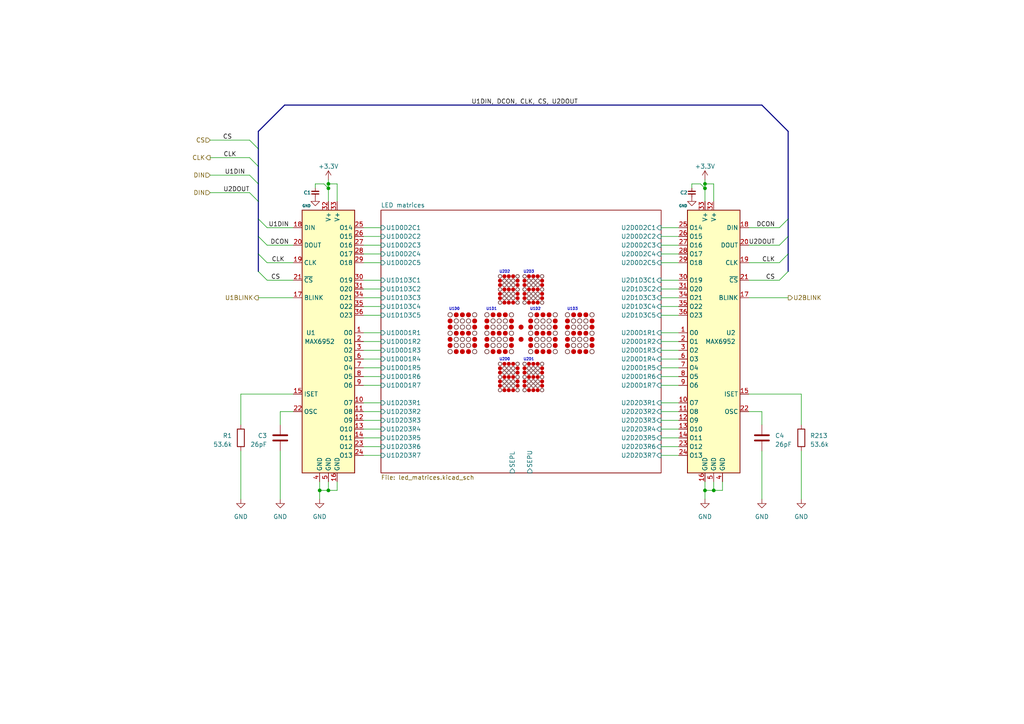
<source format=kicad_sch>
(kicad_sch (version 20230121) (generator eeschema)
  (paper "A4")
  (lib_symbols
    (symbol "Device:C" (pin_numbers hide) (pin_names (offset 0.254))
      (property "Reference" "C" (at 0.635 2.54 0))
      (property "Value" "C" (at 0.635 -2.54 0))
      (symbol "C_0_1"
        (polyline (pts (xy -2.032 -0.762) (xy 2.032 -0.762)) (stroke (width 0.508)))
        (polyline (pts (xy -2.032 0.762) (xy 2.032 0.762)) (stroke (width 0.508)))
      )
      (symbol "C_1_1"
        (pin passive line (at 0 3.81 270) (length 2.794) (name "~") (number "1"))
        (pin passive line (at 0 -3.81 90) (length 2.794) (name "~") (number "2"))
      )
    )
    (symbol "Device:R" (pin_numbers hide) (pin_names (offset 0))
      (property "Reference" "R" (at 2.032 0 90))
      (property "Value" "R" (at 0 0 90))
      (symbol "R_0_1"
        (rectangle (start -1.016 -2.54) (end 1.016 2.54) (stroke (width 0.254)))
      )
      (symbol "R_1_1"
        (pin passive line (at 0 3.81 270) (length 1.27) (name "~") (number "1"))
        (pin passive line (at 0 -3.81 90) (length 1.27) (name "~") (number "2"))
      )
    )
    (symbol "Device_espena:C_Decoupling" (pin_numbers hide) (pin_names (offset 0.254) hide)
      (property "Reference" "C" (at 0.4572 1.3716 0))
      (symbol "C_Decoupling_0_1"
        (polyline (pts (xy -1.016 -0.381) (xy 1.016 -0.381)) (stroke (width 0.3302)))
        (polyline (pts (xy -1.016 0.381) (xy 1.016 0.381)) (stroke (width 0.3302)))
      )
      (symbol "C_Decoupling_1_1"
        (pin passive line (at 0 1.27 270) (length 0.7938) (name "~") (number "1"))
        (pin passive line (at 0 -1.27 90) (length 0.7938) (name "~") (number "2"))
      )
    )
    (symbol "Driver_LED_espena:MAX6952"
      (property "Reference" "U" (at -7.62 38.1 0))
      (property "Value" "MAX6952" (at -5.08 5.08 0))
      (property "Datasheet" "https://www.analog.com/MAX6952/datasheet" (at 0 5.715 90))
      (symbol "MAX6952_0_1"
        (rectangle (start -7.62 38.1) (end 7.62 -38.1) (stroke (width 0.254)) (fill (type background)))
      )
      (symbol "MAX6952_1_1"
        (pin output line (at 10.16 2.54 180) (length 2.54) (name "O0") (number "1"))
        (pin output line (at 10.16 -17.78 180) (length 2.54) (name "O7") (number "10"))
        (pin output line (at 10.16 -20.32 180) (length 2.54) (name "O8") (number "11"))
        (pin output line (at 10.16 -22.86 180) (length 2.54) (name "O9") (number "12"))
        (pin output line (at 10.16 -25.4 180) (length 2.54) (name "O10") (number "13"))
        (pin output line (at 10.16 -27.94 180) (length 2.54) (name "O11") (number "14"))
        (pin passive line (at -10.16 -15.24 0) (length 2.54) (name "ISET") (number "15"))
        (pin power_in line (at 2.54 -40.64 90) (length 2.54) (name "GND") (number "16"))
        (pin output line (at -10.16 12.7 0) (length 2.54) (name "BLINK") (number "17"))
        (pin input line (at -10.16 33.02 0) (length 2.54) (name "DIN") (number "18"))
        (pin input line (at -10.16 22.86 0) (length 2.54) (name "CLK") (number "19"))
        (pin output line (at 10.16 0 180) (length 2.54) (name "O1") (number "2"))
        (pin output line (at -10.16 27.94 0) (length 2.54) (name "DOUT") (number "20"))
        (pin input line (at -10.16 17.78 0) (length 2.54) (name "~{CS}") (number "21"))
        (pin passive line (at -10.16 -20.32 0) (length 2.54) (name "OSC") (number "22"))
        (pin output line (at 10.16 -30.48 180) (length 2.54) (name "O12") (number "23"))
        (pin output line (at 10.16 -33.02 180) (length 2.54) (name "O13") (number "24"))
        (pin output line (at 10.16 33.02 180) (length 2.54) (name "O14") (number "25"))
        (pin output line (at 10.16 30.48 180) (length 2.54) (name "O15") (number "26"))
        (pin output line (at 10.16 27.94 180) (length 2.54) (name "O16") (number "27"))
        (pin output line (at 10.16 25.4 180) (length 2.54) (name "O17") (number "28"))
        (pin output line (at 10.16 22.86 180) (length 2.54) (name "O18") (number "29"))
        (pin output line (at 10.16 -2.54 180) (length 2.54) (name "O2") (number "3"))
        (pin output line (at 10.16 17.78 180) (length 2.54) (name "O19") (number "30"))
        (pin output line (at 10.16 15.24 180) (length 2.54) (name "O20") (number "31"))
        (pin power_in line (at 0 40.64 270) (length 2.54) (name "V+") (number "32"))
        (pin power_in line (at 2.54 40.64 270) (length 2.54) (name "V+") (number "33"))
        (pin output line (at 10.16 12.7 180) (length 2.54) (name "O21") (number "34"))
        (pin output line (at 10.16 10.16 180) (length 2.54) (name "O22") (number "35"))
        (pin output line (at 10.16 7.62 180) (length 2.54) (name "O23") (number "36"))
        (pin power_in line (at -2.54 -40.64 90) (length 2.54) (name "GND") (number "4"))
        (pin power_in line (at 0 -40.64 90) (length 2.54) (name "GND") (number "5"))
        (pin output line (at 10.16 -5.08 180) (length 2.54) (name "O3") (number "6"))
        (pin output line (at 10.16 -7.62 180) (length 2.54) (name "O4") (number "7"))
        (pin output line (at 10.16 -10.16 180) (length 2.54) (name "O5") (number "8"))
        (pin output line (at 10.16 -12.7 180) (length 2.54) (name "O6") (number "9"))
      )
    )
    (symbol "MAX6952_1"
      (property "Reference" "U" (at -7.62 38.1 0))
      (property "Value" "MAX6952" (at -5.08 5.08 0))
      (property "Datasheet" "https://www.analog.com/MAX6952/datasheet" (at 0 5.715 90))
      (symbol "MAX6952_1_0_1"
        (rectangle (start -7.62 38.1) (end 7.62 -38.1) (stroke (width 0.254)) (fill (type background)))
      )
      (symbol "MAX6952_1_1_1"
        (pin output line (at 10.16 2.54 180) (length 2.54) (name "O0") (number "1"))
        (pin output line (at 10.16 -17.78 180) (length 2.54) (name "O7") (number "10"))
        (pin output line (at 10.16 -20.32 180) (length 2.54) (name "O8") (number "11"))
        (pin output line (at 10.16 -22.86 180) (length 2.54) (name "O9") (number "12"))
        (pin output line (at 10.16 -25.4 180) (length 2.54) (name "O10") (number "13"))
        (pin output line (at 10.16 -27.94 180) (length 2.54) (name "O11") (number "14"))
        (pin passive line (at -10.16 -15.24 0) (length 2.54) (name "ISET") (number "15"))
        (pin power_in line (at 2.54 -40.64 90) (length 2.54) (name "GND") (number "16"))
        (pin output line (at -10.16 12.7 0) (length 2.54) (name "BLINK") (number "17"))
        (pin input line (at -10.16 33.02 0) (length 2.54) (name "DIN") (number "18"))
        (pin input line (at -10.16 22.86 0) (length 2.54) (name "CLK") (number "19"))
        (pin output line (at 10.16 0 180) (length 2.54) (name "O1") (number "2"))
        (pin output line (at -10.16 27.94 0) (length 2.54) (name "DOUT") (number "20"))
        (pin input line (at -10.16 17.78 0) (length 2.54) (name "~{CS}") (number "21"))
        (pin passive line (at -10.16 -20.32 0) (length 2.54) (name "OSC") (number "22"))
        (pin output line (at 10.16 -30.48 180) (length 2.54) (name "O12") (number "23"))
        (pin output line (at 10.16 -33.02 180) (length 2.54) (name "O13") (number "24"))
        (pin output line (at 10.16 33.02 180) (length 2.54) (name "O14") (number "25"))
        (pin output line (at 10.16 30.48 180) (length 2.54) (name "O15") (number "26"))
        (pin output line (at 10.16 27.94 180) (length 2.54) (name "O16") (number "27"))
        (pin output line (at 10.16 25.4 180) (length 2.54) (name "O17") (number "28"))
        (pin output line (at 10.16 22.86 180) (length 2.54) (name "O18") (number "29"))
        (pin output line (at 10.16 -2.54 180) (length 2.54) (name "O2") (number "3"))
        (pin output line (at 10.16 17.78 180) (length 2.54) (name "O19") (number "30"))
        (pin output line (at 10.16 15.24 180) (length 2.54) (name "O20") (number "31"))
        (pin power_in line (at 0 40.64 270) (length 2.54) (name "V+") (number "32"))
        (pin power_in line (at 2.54 40.64 270) (length 2.54) (name "V+") (number "33"))
        (pin output line (at 10.16 12.7 180) (length 2.54) (name "O21") (number "34"))
        (pin output line (at 10.16 10.16 180) (length 2.54) (name "O22") (number "35"))
        (pin output line (at 10.16 7.62 180) (length 2.54) (name "O23") (number "36"))
        (pin power_in line (at -2.54 -40.64 90) (length 2.54) (name "GND") (number "4"))
        (pin power_in line (at 0 -40.64 90) (length 2.54) (name "GND") (number "5"))
        (pin output line (at 10.16 -5.08 180) (length 2.54) (name "O3") (number "6"))
        (pin output line (at 10.16 -7.62 180) (length 2.54) (name "O4") (number "7"))
        (pin output line (at 10.16 -10.16 180) (length 2.54) (name "O5") (number "8"))
        (pin output line (at 10.16 -12.7 180) (length 2.54) (name "O6") (number "9"))
      )
    )
    (symbol "power:+3.3V" (power) (pin_names (offset 0))
      (property "Value" "+3.3V" (at 0 3.556 0))
      (symbol "+3.3V_0_1"
        (polyline (pts (xy -0.762 1.27) (xy 0 2.54)))
        (polyline (pts (xy 0 0) (xy 0 2.54)))
        (polyline (pts (xy 0 2.54) (xy 0.762 1.27)))
      )
      (symbol "+3.3V_1_1"
        (pin power_in line (at 0 0 90) (length 0) hide (name "+3.3V") (number "1"))
      )
    )
    (symbol "power:GND" (power) (pin_names (offset 0))
      (property "Value" "GND" (at 0 -3.81 0))
      (symbol "GND_0_1"
        (polyline (pts (xy 0 0) (xy 0 -1.27) (xy 1.27 -1.27) (xy 0 -2.54) (xy -1.27 -1.27) (xy 0 -1.27)))
      )
      (symbol "GND_1_1"
        (pin power_in line (at 0 0 270) (length 0) hide (name "GND") (number "1"))
      )
    )
  )
  (junction (at 95.25 54.61))
  (junction (at 204.47 142.24))
  (junction (at 207.01 142.24))
  (junction (at 204.47 54.61))
  (junction (at 92.71 142.24))
  (junction (at 95.25 142.24))
  (junction (at 204.47 53.34))
  (junction (at 95.25 53.34))
  (bus_entry (at 226.06 71.12) (size 2.54 -2.54))
  (bus_entry (at 72.39 40.64) (size 2.54 2.54))
  (bus_entry (at 74.93 63.5) (size 2.54 2.54))
  (bus_entry (at 226.06 81.28) (size 2.54 -2.54))
  (bus_entry (at 74.93 73.66) (size 2.54 2.54))
  (bus_entry (at 74.93 78.74) (size 2.54 2.54))
  (bus_entry (at 226.06 66.04) (size 2.54 -2.54))
  (bus_entry (at 72.39 45.72) (size 2.54 2.54))
  (bus_entry (at 74.93 68.58) (size 2.54 2.54))
  (bus_entry (at 74.93 58.42) (size -2.54 -2.54))
  (bus_entry (at 74.93 53.34) (size -2.54 -2.54))
  (bus_entry (at 226.06 76.2) (size 2.54 -2.54))
  (wire (pts (xy 105.41 71.12) (xy 110.49 71.12)))
  (wire (pts (xy 204.47 142.24) (xy 207.01 142.24)))
  (wire (pts (xy 105.41 91.44) (xy 110.49 91.44)))
  (wire (pts (xy 105.41 111.76) (xy 110.49 111.76)))
  (bus (pts (xy 74.93 38.1) (xy 82.55 30.48)))
  (wire (pts (xy 77.47 81.28) (xy 85.09 81.28)))
  (wire (pts (xy 191.77 71.12) (xy 196.85 71.12)))
  (wire (pts (xy 191.77 129.54) (xy 196.85 129.54)))
  (wire (pts (xy 191.77 104.14) (xy 196.85 104.14)))
  (wire (pts (xy 204.47 54.61) (xy 204.47 58.42)))
  (wire (pts (xy 60.96 50.8) (xy 72.39 50.8)))
  (wire (pts (xy 97.79 53.34) (xy 97.79 58.42)))
  (bus (pts (xy 220.98 30.48) (xy 228.6 38.1)))
  (wire (pts (xy 217.17 86.36) (xy 228.6 86.36)))
  (wire (pts (xy 207.01 142.24) (xy 209.55 142.24)))
  (wire (pts (xy 191.77 101.6) (xy 196.85 101.6)))
  (wire (pts (xy 191.77 86.36) (xy 196.85 86.36)))
  (wire (pts (xy 191.77 76.2) (xy 196.85 76.2)))
  (wire (pts (xy 220.98 119.38) (xy 217.17 119.38)))
  (wire (pts (xy 105.41 73.66) (xy 110.49 73.66)))
  (wire (pts (xy 204.47 53.34) (xy 207.01 53.34)))
  (bus (pts (xy 74.93 73.66) (xy 74.93 78.74)))
  (bus (pts (xy 74.93 53.34) (xy 74.93 58.42)))
  (wire (pts (xy 93.98 53.34) (xy 95.25 54.61)))
  (wire (pts (xy 81.28 119.38) (xy 81.28 123.19)))
  (wire (pts (xy 191.77 81.28) (xy 196.85 81.28)))
  (wire (pts (xy 191.77 111.76) (xy 196.85 111.76)))
  (wire (pts (xy 95.25 53.34) (xy 97.79 53.34)))
  (wire (pts (xy 191.77 119.38) (xy 196.85 119.38)))
  (wire (pts (xy 220.98 130.81) (xy 220.98 144.78)))
  (bus (pts (xy 82.55 30.48) (xy 220.98 30.48)))
  (wire (pts (xy 77.47 71.12) (xy 85.09 71.12)))
  (wire (pts (xy 232.41 130.81) (xy 232.41 144.78)))
  (wire (pts (xy 95.25 142.24) (xy 97.79 142.24)))
  (wire (pts (xy 95.25 54.61) (xy 95.25 58.42)))
  (wire (pts (xy 191.77 96.52) (xy 196.85 96.52)))
  (wire (pts (xy 69.85 114.3) (xy 85.09 114.3)))
  (wire (pts (xy 91.44 54.61) (xy 91.44 53.34)))
  (wire (pts (xy 105.41 104.14) (xy 110.49 104.14)))
  (wire (pts (xy 232.41 114.3) (xy 217.17 114.3)))
  (wire (pts (xy 105.41 101.6) (xy 110.49 101.6)))
  (bus (pts (xy 228.6 38.1) (xy 228.6 63.5)))
  (wire (pts (xy 77.47 66.04) (xy 85.09 66.04)))
  (wire (pts (xy 95.25 52.07) (xy 95.25 53.34)))
  (wire (pts (xy 191.77 83.82) (xy 196.85 83.82)))
  (wire (pts (xy 105.41 68.58) (xy 110.49 68.58)))
  (wire (pts (xy 60.96 55.88) (xy 72.39 55.88)))
  (wire (pts (xy 217.17 76.2) (xy 226.06 76.2)))
  (wire (pts (xy 207.01 139.7) (xy 207.01 142.24)))
  (bus (pts (xy 74.93 43.18) (xy 74.93 38.1)))
  (wire (pts (xy 105.41 66.04) (xy 110.49 66.04)))
  (wire (pts (xy 191.77 124.46) (xy 196.85 124.46)))
  (wire (pts (xy 105.41 83.82) (xy 110.49 83.82)))
  (bus (pts (xy 74.93 63.5) (xy 74.93 58.42)))
  (wire (pts (xy 200.66 53.34) (xy 203.2 53.34)))
  (wire (pts (xy 209.55 139.7) (xy 209.55 142.24)))
  (wire (pts (xy 95.25 53.34) (xy 95.25 54.61)))
  (wire (pts (xy 105.41 99.06) (xy 110.49 99.06)))
  (wire (pts (xy 217.17 81.28) (xy 226.06 81.28)))
  (wire (pts (xy 204.47 142.24) (xy 204.47 144.78)))
  (wire (pts (xy 204.47 139.7) (xy 204.47 142.24)))
  (wire (pts (xy 95.25 139.7) (xy 95.25 142.24)))
  (wire (pts (xy 232.41 114.3) (xy 232.41 123.19)))
  (wire (pts (xy 81.28 130.81) (xy 81.28 144.78)))
  (bus (pts (xy 74.93 48.26) (xy 74.93 53.34)))
  (wire (pts (xy 191.77 88.9) (xy 196.85 88.9)))
  (wire (pts (xy 105.41 106.68) (xy 110.49 106.68)))
  (wire (pts (xy 74.93 86.36) (xy 85.09 86.36)))
  (wire (pts (xy 191.77 127) (xy 196.85 127)))
  (wire (pts (xy 69.85 114.3) (xy 69.85 123.19)))
  (wire (pts (xy 191.77 91.44) (xy 196.85 91.44)))
  (wire (pts (xy 60.96 45.72) (xy 72.39 45.72)))
  (wire (pts (xy 203.2 53.34) (xy 204.47 54.61)))
  (wire (pts (xy 77.47 76.2) (xy 85.09 76.2)))
  (wire (pts (xy 105.41 88.9) (xy 110.49 88.9)))
  (wire (pts (xy 207.01 53.34) (xy 207.01 58.42)))
  (wire (pts (xy 204.47 53.34) (xy 204.47 54.61)))
  (wire (pts (xy 91.44 53.34) (xy 93.98 53.34)))
  (wire (pts (xy 105.41 86.36) (xy 110.49 86.36)))
  (wire (pts (xy 191.77 66.04) (xy 196.85 66.04)))
  (wire (pts (xy 105.41 121.92) (xy 110.49 121.92)))
  (wire (pts (xy 191.77 73.66) (xy 196.85 73.66)))
  (wire (pts (xy 191.77 99.06) (xy 196.85 99.06)))
  (wire (pts (xy 217.17 71.12) (xy 226.06 71.12)))
  (bus (pts (xy 228.6 63.5) (xy 228.6 68.58)))
  (wire (pts (xy 92.71 142.24) (xy 95.25 142.24)))
  (wire (pts (xy 191.77 106.68) (xy 196.85 106.68)))
  (wire (pts (xy 204.47 52.07) (xy 204.47 53.34)))
  (wire (pts (xy 60.96 40.64) (xy 72.39 40.64)))
  (bus (pts (xy 74.93 48.26) (xy 74.93 43.18)))
  (wire (pts (xy 105.41 127) (xy 110.49 127)))
  (wire (pts (xy 191.77 116.84) (xy 196.85 116.84)))
  (wire (pts (xy 92.71 139.7) (xy 92.71 142.24)))
  (wire (pts (xy 191.77 109.22) (xy 196.85 109.22)))
  (bus (pts (xy 74.93 63.5) (xy 74.93 68.58)))
  (wire (pts (xy 105.41 124.46) (xy 110.49 124.46)))
  (wire (pts (xy 191.77 68.58) (xy 196.85 68.58)))
  (wire (pts (xy 105.41 132.08) (xy 110.49 132.08)))
  (wire (pts (xy 105.41 76.2) (xy 110.49 76.2)))
  (wire (pts (xy 217.17 66.04) (xy 226.06 66.04)))
  (wire (pts (xy 191.77 132.08) (xy 196.85 132.08)))
  (wire (pts (xy 105.41 116.84) (xy 110.49 116.84)))
  (wire (pts (xy 105.41 109.22) (xy 110.49 109.22)))
  (bus (pts (xy 228.6 68.58) (xy 228.6 73.66)))
  (wire (pts (xy 81.28 119.38) (xy 85.09 119.38)))
  (bus (pts (xy 74.93 68.58) (xy 74.93 73.66)))
  (wire (pts (xy 69.85 130.81) (xy 69.85 144.78)))
  (wire (pts (xy 105.41 129.54) (xy 110.49 129.54)))
  (wire (pts (xy 97.79 139.7) (xy 97.79 142.24)))
  (wire (pts (xy 92.71 142.24) (xy 92.71 144.78)))
  (wire (pts (xy 105.41 96.52) (xy 110.49 96.52)))
  (wire (pts (xy 200.66 54.61) (xy 200.66 53.34)))
  (wire (pts (xy 191.77 121.92) (xy 196.85 121.92)))
  (wire (pts (xy 105.41 119.38) (xy 110.49 119.38)))
  (wire (pts (xy 220.98 119.38) (xy 220.98 123.19)))
  (bus (pts (xy 228.6 73.66) (xy 228.6 78.74)))
  (wire (pts (xy 105.41 81.28) (xy 110.49 81.28)))
  (circle (center 150.114 87.757) (radius 0.508) (stroke (width 0) (color 72 0 0 1)))
  (circle (center 148.844 86.487) (radius 0.508) (stroke (width 0) (color 72 0 0 1)))
  (circle (center 148.844 110.617) (radius 0.508) (stroke (width 0) (color 72 0 0 1)))
  (circle (center 147.574 85.217) (radius 0.508) (stroke (width 0) (color 72 0 0 1)))
  (circle (center 148.844 108.077) (radius 0.508) (stroke (width 0) (color 72 0 0 1)))
  (circle (center 166.37 93.091) (radius 0.635) (stroke (width 0) (color 72 0 0 1)))
  (circle (center 171.704 100.203) (radius 0.635) (stroke (width 0) (color 194 0 0 1)) (fill (type color) (color 194 0 0 1)))
  (circle (center 171.704 96.647) (radius 0.635) (stroke (width 0) (color 72 0 0 1)))
  (circle (center 157.226 110.617) (radius 0.508) (stroke (width 0) (color 194 0 0 1)) (fill (type color) (color 194 0 0 1)))
  (circle (center 153.416 106.807) (radius 0.508) (stroke (width 0) (color 72 0 0 1)))
  (circle (center 145.034 108.077) (radius 0.508) (stroke (width 0) (color 194 0 0 1)) (fill (type color) (color 194 0 0 1)))
  (circle (center 147.574 109.347) (radius 0.508) (stroke (width 0) (color 194 0 0 1)) (fill (type color) (color 194 0 0 1)))
  (circle (center 147.574 105.537) (radius 0.508) (stroke (width 0) (color 194 0 0 1)) (fill (type color) (color 194 0 0 1)))
  (circle (center 157.226 109.347) (radius 0.508) (stroke (width 0) (color 72 0 0 1)))
  (circle (center 153.416 111.887) (radius 0.508) (stroke (width 0) (color 72 0 0 1)))
  (circle (center 132.334 91.313) (radius 0.635) (stroke (width 0) (color 194 0 0 1)) (fill (type color) (color 194 0 0 1)))
  (circle (center 166.37 96.647) (radius 0.635) (stroke (width 0) (color 194 0 0 1)) (fill (type color) (color 194 0 0 1)))
  (circle (center 148.844 111.887) (radius 0.508) (stroke (width 0) (color 72 0 0 1)))
  (circle (center 161.036 94.869) (radius 0.635) (stroke (width 0) (color 194 0 0 1)) (fill (type color) (color 194 0 0 1)))
  (circle (center 134.112 96.647) (radius 0.635) (stroke (width 0) (color 194 0 0 1)) (fill (type color) (color 194 0 0 1)))
  (circle (center 155.956 87.757) (radius 0.508) (stroke (width 0) (color 194 0 0 1)) (fill (type color) (color 194 0 0 1)))
  (circle (center 147.574 106.807) (radius 0.508) (stroke (width 0) (color 72 0 0 1)))
  (circle (center 145.034 85.217) (radius 0.508) (stroke (width 0) (color 194 0 0 1)) (fill (type color) (color 194 0 0 1)))
  (circle (center 157.226 86.487) (radius 0.508) (stroke (width 0) (color 194 0 0 1)) (fill (type color) (color 194 0 0 1)))
  (circle (center 148.844 83.947) (radius 0.508) (stroke (width 0) (color 194 0 0 1)) (fill (type color) (color 194 0 0 1)))
  (circle (center 168.148 98.425) (radius 0.635) (stroke (width 0) (color 72 0 0 1)))
  (circle (center 137.668 100.203) (radius 0.635) (stroke (width 0) (color 194 0 0 1)) (fill (type color) (color 194 0 0 1)))
  (circle (center 137.668 96.647) (radius 0.635) (stroke (width 0) (color 72 0 0 1)))
  (circle (center 148.844 82.677) (radius 0.508) (stroke (width 0) (color 72 0 0 1)))
  (circle (center 135.89 93.091) (radius 0.635) (stroke (width 0) (color 72 0 0 1)))
  (circle (center 145.034 105.537) (radius 0.508) (stroke (width 0) (color 72 0 0 1)))
  (circle (center 148.336 100.203) (radius 0.635) (stroke (width 0) (color 194 0 0 1)) (fill (type color) (color 194 0 0 1)))
  (circle (center 166.37 100.203) (radius 0.635) (stroke (width 0) (color 72 0 0 1)))
  (circle (center 153.924 98.425) (radius 0.635) (stroke (width 0) (color 194 0 0 1)) (fill (type color) (color 194 0 0 1)))
  (circle (center 145.034 83.947) (radius 0.508) (stroke (width 0) (color 72 0 0 1)))
  (circle (center 159.258 101.981) (radius 0.635) (stroke (width 0) (color 194 0 0 1)) (fill (type color) (color 194 0 0 1)))
  (circle (center 153.416 81.407) (radius 0.508) (stroke (width 0) (color 72 0 0 1)))
  (circle (center 153.416 105.537) (radius 0.508) (stroke (width 0) (color 194 0 0 1)) (fill (type color) (color 194 0 0 1)))
  (circle (center 151.13 98.425) (radius 0.635) (stroke (width 0) (color 194 0 0 1)) (fill (type color) (color 194 0 0 1)))
  (circle (center 146.558 100.203) (radius 0.635) (stroke (width 0) (color 72 0 0 1)))
  (circle (center 145.034 86.487) (radius 0.508) (stroke (width 0) (color 194 0 0 1)) (fill (type color) (color 194 0 0 1)))
  (circle (center 159.258 98.425) (radius 0.635) (stroke (width 0) (color 72 0 0 1)))
  (circle (center 151.13 94.869) (radius 0.635) (stroke (width 0) (color 194 0 0 1)) (fill (type color) (color 194 0 0 1)))
  (circle (center 169.926 98.425) (radius 0.635) (stroke (width 0) (color 72 0 0 1)))
  (circle (center 153.416 87.757) (radius 0.508) (stroke (width 0) (color 194 0 0 1)) (fill (type color) (color 194 0 0 1)))
  (circle (center 144.78 100.203) (radius 0.635) (stroke (width 0) (color 72 0 0 1)))
  (circle (center 132.334 93.091) (radius 0.635) (stroke (width 0) (color 72 0 0 1)))
  (circle (center 143.002 94.869) (radius 0.635) (stroke (width 0) (color 72 0 0 1)))
  (circle (center 159.258 100.203) (radius 0.635) (stroke (width 0) (color 72 0 0 1)))
  (circle (center 168.148 94.869) (radius 0.635) (stroke (width 0) (color 72 0 0 1)))
  (circle (center 155.956 83.947) (radius 0.508) (stroke (width 0) (color 194 0 0 1)) (fill (type color) (color 194 0 0 1)))
  (circle (center 153.416 82.677) (radius 0.508) (stroke (width 0) (color 72 0 0 1)))
  (circle (center 134.112 98.425) (radius 0.635) (stroke (width 0) (color 72 0 0 1)))
  (circle (center 169.926 100.203) (radius 0.635) (stroke (width 0) (color 72 0 0 1)))
  (circle (center 150.114 105.537) (radius 0.508) (stroke (width 0) (color 72 0 0 1)))
  (circle (center 152.146 81.407) (radius 0.508) (stroke (width 0) (color 194 0 0 1)) (fill (type color) (color 194 0 0 1)))
  (circle (center 155.702 93.091) (radius 0.635) (stroke (width 0) (color 72 0 0 1)))
  (circle (center 134.112 91.313) (radius 0.635) (stroke (width 0) (color 194 0 0 1)) (fill (type color) (color 194 0 0 1)))
  (circle (center 146.558 96.647) (radius 0.635) (stroke (width 0) (color 194 0 0 1)) (fill (type color) (color 194 0 0 1)))
  (circle (center 154.686 87.757) (radius 0.508) (stroke (width 0) (color 194 0 0 1)) (fill (type color) (color 194 0 0 1)))
  (circle (center 161.036 93.091) (radius 0.635) (stroke (width 0) (color 194 0 0 1)) (fill (type color) (color 194 0 0 1)))
  (circle (center 147.574 113.157) (radius 0.508) (stroke (width 0) (color 194 0 0 1)) (fill (type color) (color 194 0 0 1)))
  (circle (center 152.146 110.617) (radius 0.508) (stroke (width 0) (color 194 0 0 1)) (fill (type color) (color 194 0 0 1)))
  (circle (center 132.334 94.869) (radius 0.635) (stroke (width 0) (color 72 0 0 1)))
  (circle (center 152.146 113.157) (radius 0.508) (stroke (width 0) (color 72 0 0 1)))
  (circle (center 154.686 83.947) (radius 0.508) (stroke (width 0) (color 194 0 0 1)) (fill (type color) (color 194 0 0 1)))
  (circle (center 146.304 85.217) (radius 0.508) (stroke (width 0) (color 72 0 0 1)))
  (circle (center 143.002 96.647) (radius 0.635) (stroke (width 0) (color 194 0 0 1)) (fill (type color) (color 194 0 0 1)))
  (circle (center 155.956 108.077) (radius 0.508) (stroke (width 0) (color 72 0 0 1)))
  (circle (center 157.226 113.157) (radius 0.508) (stroke (width 0) (color 72 0 0 1)))
  (circle (center 161.036 98.425) (radius 0.635) (stroke (width 0) (color 194 0 0 1)) (fill (type color) (color 194 0 0 1)))
  (circle (center 155.702 94.869) (radius 0.635) (stroke (width 0) (color 72 0 0 1)))
  (circle (center 161.036 96.647) (radius 0.635) (stroke (width 0) (color 72 0 0 1)))
  (circle (center 155.956 82.677) (radius 0.508) (stroke (width 0) (color 72 0 0 1)))
  (circle (center 169.926 96.647) (radius 0.635) (stroke (width 0) (color 194 0 0 1)) (fill (type color) (color 194 0 0 1)))
  (circle (center 159.258 96.647) (radius 0.635) (stroke (width 0) (color 194 0 0 1)) (fill (type color) (color 194 0 0 1)))
  (circle (center 166.37 101.981) (radius 0.635) (stroke (width 0) (color 194 0 0 1)) (fill (type color) (color 194 0 0 1)))
  (circle (center 150.114 82.677) (radius 0.508) (stroke (width 0) (color 194 0 0 1)) (fill (type color) (color 194 0 0 1)))
  (circle (center 153.416 110.617) (radius 0.508) (stroke (width 0) (color 72 0 0 1)))
  (circle (center 130.556 101.981) (radius 0.635) (stroke (width 0) (color 72 0 0 1)))
  (circle (center 150.114 111.887) (radius 0.508) (stroke (width 0) (color 194 0 0 1)) (fill (type color) (color 194 0 0 1)))
  (circle (center 159.258 91.313) (radius 0.635) (stroke (width 0) (color 194 0 0 1)) (fill (type color) (color 194 0 0 1)))
  (circle (center 157.48 100.203) (radius 0.635) (stroke (width 0) (color 72 0 0 1)))
  (circle (center 148.336 96.647) (radius 0.635) (stroke (width 0) (color 72 0 0 1)))
  (circle (center 157.226 111.887) (radius 0.508) (stroke (width 0) (color 194 0 0 1)) (fill (type color) (color 194 0 0 1)))
  (circle (center 154.686 113.157) (radius 0.508) (stroke (width 0) (color 194 0 0 1)) (fill (type color) (color 194 0 0 1)))
  (circle (center 155.956 111.887) (radius 0.508) (stroke (width 0) (color 72 0 0 1)))
  (circle (center 132.334 98.425) (radius 0.635) (stroke (width 0) (color 72 0 0 1)))
  (circle (center 154.686 109.347) (radius 0.508) (stroke (width 0) (color 194 0 0 1)) (fill (type color) (color 194 0 0 1)))
  (circle (center 134.112 94.869) (radius 0.635) (stroke (width 0) (color 72 0 0 1)))
  (circle (center 146.304 110.617) (radius 0.508) (stroke (width 0) (color 72 0 0 1)))
  (circle (center 144.78 94.869) (radius 0.635) (stroke (width 0) (color 72 0 0 1)))
  (circle (center 130.556 91.313) (radius 0.635) (stroke (width 0) (color 72 0 0 1)))
  (circle (center 146.304 111.887) (radius 0.508) (stroke (width 0) (color 72 0 0 1)))
  (circle (center 168.148 101.981) (radius 0.635) (stroke (width 0) (color 194 0 0 1)) (fill (type color) (color 194 0 0 1)))
  (circle (center 154.686 111.887) (radius 0.508) (stroke (width 0) (color 72 0 0 1)))
  (circle (center 137.668 98.425) (radius 0.635) (stroke (width 0) (color 194 0 0 1)) (fill (type color) (color 194 0 0 1)))
  (circle (center 135.89 101.981) (radius 0.635) (stroke (width 0) (color 194 0 0 1)) (fill (type color) (color 194 0 0 1)))
  (circle (center 150.114 85.217) (radius 0.508) (stroke (width 0) (color 194 0 0 1)) (fill (type color) (color 194 0 0 1)))
  (circle (center 130.556 100.203) (radius 0.635) (stroke (width 0) (color 194 0 0 1)) (fill (type color) (color 194 0 0 1)))
  (circle (center 150.114 106.807) (radius 0.508) (stroke (width 0) (color 194 0 0 1)) (fill (type color) (color 194 0 0 1)))
  (circle (center 164.592 93.091) (radius 0.635) (stroke (width 0) (color 194 0 0 1)) (fill (type color) (color 194 0 0 1)))
  (circle (center 169.926 91.313) (radius 0.635) (stroke (width 0) (color 194 0 0 1)) (fill (type color) (color 194 0 0 1)))
  (circle (center 148.844 106.807) (radius 0.508) (stroke (width 0) (color 72 0 0 1)))
  (circle (center 155.702 96.647) (radius 0.635) (stroke (width 0) (color 194 0 0 1)) (fill (type color) (color 194 0 0 1)))
  (circle (center 147.574 110.617) (radius 0.508) (stroke (width 0) (color 72 0 0 1)))
  (circle (center 147.574 82.677) (radius 0.508) (stroke (width 0) (color 72 0 0 1)))
  (circle (center 153.416 108.077) (radius 0.508) (stroke (width 0) (color 72 0 0 1)))
  (circle (center 150.114 108.077) (radius 0.508) (stroke (width 0) (color 194 0 0 1)) (fill (type color) (color 194 0 0 1)))
  (circle (center 161.036 91.313) (radius 0.635) (stroke (width 0) (color 72 0 0 1)))
  (circle (center 155.702 91.313) (radius 0.635) (stroke (width 0) (color 194 0 0 1)) (fill (type color) (color 194 0 0 1)))
  (circle (center 154.686 110.617) (radius 0.508) (stroke (width 0) (color 72 0 0 1)))
  (circle (center 145.034 80.137) (radius 0.508) (stroke (width 0) (color 72 0 0 1)))
  (circle (center 154.686 106.807) (radius 0.508) (stroke (width 0) (color 72 0 0 1)))
  (circle (center 164.592 101.981) (radius 0.635) (stroke (width 0) (color 72 0 0 1)))
  (circle (center 141.224 91.313) (radius 0.635) (stroke (width 0) (color 72 0 0 1)))
  (circle (center 150.114 83.947) (radius 0.508) (stroke (width 0) (color 72 0 0 1)))
  (circle (center 141.224 93.091) (radius 0.635) (stroke (width 0) (color 194 0 0 1)) (fill (type color) (color 194 0 0 1)))
  (circle (center 135.89 94.869) (radius 0.635) (stroke (width 0) (color 72 0 0 1)))
  (circle (center 164.592 91.313) (radius 0.635) (stroke (width 0) (color 72 0 0 1)))
  (circle (center 134.112 100.203) (radius 0.635) (stroke (width 0) (color 72 0 0 1)))
  (circle (center 157.48 94.869) (radius 0.635) (stroke (width 0) (color 72 0 0 1)))
  (circle (center 171.704 101.981) (radius 0.635) (stroke (width 0) (color 72 0 0 1)))
  (circle (center 148.844 81.407) (radius 0.508) (stroke (width 0) (color 72 0 0 1)))
  (circle (center 164.592 96.647) (radius 0.635) (stroke (width 0) (color 72 0 0 1)))
  (circle (center 146.304 113.157) (radius 0.508) (stroke (width 0) (color 194 0 0 1)) (fill (type color) (color 194 0 0 1)))
  (circle (center 155.956 110.617) (radius 0.508) (stroke (width 0) (color 72 0 0 1)))
  (circle (center 157.226 82.677) (radius 0.508) (stroke (width 0) (color 194 0 0 1)) (fill (type color) (color 194 0 0 1)))
  (circle (center 144.78 98.425) (radius 0.635) (stroke (width 0) (color 72 0 0 1)))
  (circle (center 171.704 93.091) (radius 0.635) (stroke (width 0) (color 194 0 0 1)) (fill (type color) (color 194 0 0 1)))
  (circle (center 148.844 80.137) (radius 0.508) (stroke (width 0) (color 194 0 0 1)) (fill (type color) (color 194 0 0 1)))
  (circle (center 154.686 81.407) (radius 0.508) (stroke (width 0) (color 72 0 0 1)))
  (circle (center 148.336 91.313) (radius 0.635) (stroke (width 0) (color 72 0 0 1)))
  (circle (center 155.956 113.157) (radius 0.508) (stroke (width 0) (color 194 0 0 1)) (fill (type color) (color 194 0 0 1)))
  (circle (center 145.034 82.677) (radius 0.508) (stroke (width 0) (color 194 0 0 1)) (fill (type color) (color 194 0 0 1)))
  (circle (center 146.558 98.425) (radius 0.635) (stroke (width 0) (color 72 0 0 1)))
  (circle (center 157.226 80.137) (radius 0.508) (stroke (width 0) (color 72 0 0 1)))
  (circle (center 153.924 101.981) (radius 0.635) (stroke (width 0) (color 72 0 0 1)))
  (circle (center 148.844 109.347) (radius 0.508) (stroke (width 0) (color 194 0 0 1)) (fill (type color) (color 194 0 0 1)))
  (circle (center 157.48 93.091) (radius 0.635) (stroke (width 0) (color 72 0 0 1)))
  (circle (center 155.956 105.537) (radius 0.508) (stroke (width 0) (color 194 0 0 1)) (fill (type color) (color 194 0 0 1)))
  (circle (center 137.668 101.981) (radius 0.635) (stroke (width 0) (color 72 0 0 1)))
  (circle (center 147.574 83.947) (radius 0.508) (stroke (width 0) (color 194 0 0 1)) (fill (type color) (color 194 0 0 1)))
  (circle (center 154.686 80.137) (radius 0.508) (stroke (width 0) (color 194 0 0 1)) (fill (type color) (color 194 0 0 1)))
  (circle (center 146.304 82.677) (radius 0.508) (stroke (width 0) (color 72 0 0 1)))
  (circle (center 146.558 94.869) (radius 0.635) (stroke (width 0) (color 72 0 0 1)))
  (circle (center 157.226 105.537) (radius 0.508) (stroke (width 0) (color 72 0 0 1)))
  (circle (center 130.556 93.091) (radius 0.635) (stroke (width 0) (color 194 0 0 1)) (fill (type color) (color 194 0 0 1)))
  (circle (center 166.37 91.313) (radius 0.635) (stroke (width 0) (color 194 0 0 1)) (fill (type color) (color 194 0 0 1)))
  (circle (center 157.48 96.647) (radius 0.635) (stroke (width 0) (color 194 0 0 1)) (fill (type color) (color 194 0 0 1)))
  (circle (center 137.668 93.091) (radius 0.635) (stroke (width 0) (color 194 0 0 1)) (fill (type color) (color 194 0 0 1)))
  (circle (center 157.226 83.947) (radius 0.508) (stroke (width 0) (color 72 0 0 1)))
  (circle (center 134.112 93.091) (radius 0.635) (stroke (width 0) (color 72 0 0 1)))
  (circle (center 147.574 86.487) (radius 0.508) (stroke (width 0) (color 72 0 0 1)))
  (circle (center 146.304 81.407) (radius 0.508) (stroke (width 0) (color 72 0 0 1)))
  (circle (center 146.304 108.077) (radius 0.508) (stroke (width 0) (color 72 0 0 1)))
  (circle (center 153.416 113.157) (radius 0.508) (stroke (width 0) (color 194 0 0 1)) (fill (type color) (color 194 0 0 1)))
  (circle (center 148.844 105.537) (radius 0.508) (stroke (width 0) (color 194 0 0 1)) (fill (type color) (color 194 0 0 1)))
  (circle (center 150.114 80.137) (radius 0.508) (stroke (width 0) (color 72 0 0 1)))
  (circle (center 146.304 87.757) (radius 0.508) (stroke (width 0) (color 194 0 0 1)) (fill (type color) (color 194 0 0 1)))
  (circle (center 157.48 101.981) (radius 0.635) (stroke (width 0) (color 194 0 0 1)) (fill (type color) (color 194 0 0 1)))
  (circle (center 152.146 111.887) (radius 0.508) (stroke (width 0) (color 194 0 0 1)) (fill (type color) (color 194 0 0 1)))
  (circle (center 141.224 100.203) (radius 0.635) (stroke (width 0) (color 194 0 0 1)) (fill (type color) (color 194 0 0 1)))
  (circle (center 157.226 85.217) (radius 0.508) (stroke (width 0) (color 194 0 0 1)) (fill (type color) (color 194 0 0 1)))
  (circle (center 155.956 81.407) (radius 0.508) (stroke (width 0) (color 72 0 0 1)))
  (circle (center 137.668 94.869) (radius 0.635) (stroke (width 0) (color 194 0 0 1)) (fill (type color) (color 194 0 0 1)))
  (circle (center 155.702 100.203) (radius 0.635) (stroke (width 0) (color 72 0 0 1)))
  (circle (center 148.336 98.425) (radius 0.635) (stroke (width 0) (color 194 0 0 1)) (fill (type color) (color 194 0 0 1)))
  (circle (center 152.146 87.757) (radius 0.508) (stroke (width 0) (color 72 0 0 1)))
  (circle (center 147.574 111.887) (radius 0.508) (stroke (width 0) (color 72 0 0 1)))
  (circle (center 166.37 98.425) (radius 0.635) (stroke (width 0) (color 72 0 0 1)))
  (circle (center 147.574 80.137) (radius 0.508) (stroke (width 0) (color 194 0 0 1)) (fill (type color) (color 194 0 0 1)))
  (circle (center 153.924 100.203) (radius 0.635) (stroke (width 0) (color 194 0 0 1)) (fill (type color) (color 194 0 0 1)))
  (circle (center 157.226 106.807) (radius 0.508) (stroke (width 0) (color 194 0 0 1)) (fill (type color) (color 194 0 0 1)))
  (circle (center 153.416 85.217) (radius 0.508) (stroke (width 0) (color 72 0 0 1)))
  (circle (center 155.956 80.137) (radius 0.508) (stroke (width 0) (color 194 0 0 1)) (fill (type color) (color 194 0 0 1)))
  (circle (center 152.146 82.677) (radius 0.508) (stroke (width 0) (color 194 0 0 1)) (fill (type color) (color 194 0 0 1)))
  (circle (center 164.592 94.869) (radius 0.635) (stroke (width 0) (color 194 0 0 1)) (fill (type color) (color 194 0 0 1)))
  (circle (center 146.558 91.313) (radius 0.635) (stroke (width 0) (color 194 0 0 1)) (fill (type color) (color 194 0 0 1)))
  (circle (center 143.002 93.091) (radius 0.635) (stroke (width 0) (color 72 0 0 1)))
  (circle (center 159.258 94.869) (radius 0.635) (stroke (width 0) (color 72 0 0 1)))
  (circle (center 150.114 110.617) (radius 0.508) (stroke (width 0) (color 194 0 0 1)) (fill (type color) (color 194 0 0 1)))
  (circle (center 154.686 105.537) (radius 0.508) (stroke (width 0) (color 194 0 0 1)) (fill (type color) (color 194 0 0 1)))
  (circle (center 153.924 93.091) (radius 0.635) (stroke (width 0) (color 194 0 0 1)) (fill (type color) (color 194 0 0 1)))
  (circle (center 147.574 108.077) (radius 0.508) (stroke (width 0) (color 72 0 0 1)))
  (circle (center 146.304 86.487) (radius 0.508) (stroke (width 0) (color 72 0 0 1)))
  (circle (center 152.146 109.347) (radius 0.508) (stroke (width 0) (color 72 0 0 1)))
  (circle (center 145.034 110.617) (radius 0.508) (stroke (width 0) (color 194 0 0 1)) (fill (type color) (color 194 0 0 1)))
  (circle (center 157.226 81.407) (radius 0.508) (stroke (width 0) (color 194 0 0 1)) (fill (type color) (color 194 0 0 1)))
  (circle (center 169.926 101.981) (radius 0.635) (stroke (width 0) (color 194 0 0 1)) (fill (type color) (color 194 0 0 1)))
  (circle (center 155.956 85.217) (radius 0.508) (stroke (width 0) (color 72 0 0 1)))
  (circle (center 145.034 87.757) (radius 0.508) (stroke (width 0) (color 72 0 0 1)))
  (circle (center 155.956 106.807) (radius 0.508) (stroke (width 0) (color 72 0 0 1)))
  (circle (center 168.148 96.647) (radius 0.635) (stroke (width 0) (color 194 0 0 1)) (fill (type color) (color 194 0 0 1)))
  (circle (center 144.78 96.647) (radius 0.635) (stroke (width 0) (color 194 0 0 1)) (fill (type color) (color 194 0 0 1)))
  (circle (center 141.224 94.869) (radius 0.635) (stroke (width 0) (color 194 0 0 1)) (fill (type color) (color 194 0 0 1)))
  (circle (center 145.034 109.347) (radius 0.508) (stroke (width 0) (color 72 0 0 1)))
  (circle (center 152.146 105.537) (radius 0.508) (stroke (width 0) (color 72 0 0 1)))
  (circle (center 171.704 91.313) (radius 0.635) (stroke (width 0) (color 72 0 0 1)))
  (circle (center 153.416 80.137) (radius 0.508) (stroke (width 0) (color 194 0 0 1)) (fill (type color) (color 194 0 0 1)))
  (circle (center 164.592 100.203) (radius 0.635) (stroke (width 0) (color 194 0 0 1)) (fill (type color) (color 194 0 0 1)))
  (circle (center 164.592 98.425) (radius 0.635) (stroke (width 0) (color 194 0 0 1)) (fill (type color) (color 194 0 0 1)))
  (circle (center 143.002 91.313) (radius 0.635) (stroke (width 0) (color 194 0 0 1)) (fill (type color) (color 194 0 0 1)))
  (circle (center 144.78 91.313) (radius 0.635) (stroke (width 0) (color 194 0 0 1)) (fill (type color) (color 194 0 0 1)))
  (circle (center 144.78 93.091) (radius 0.635) (stroke (width 0) (color 72 0 0 1)))
  (circle (center 148.844 113.157) (radius 0.508) (stroke (width 0) (color 194 0 0 1)) (fill (type color) (color 194 0 0 1)))
  (circle (center 146.304 105.537) (radius 0.508) (stroke (width 0) (color 194 0 0 1)) (fill (type color) (color 194 0 0 1)))
  (circle (center 144.78 101.981) (radius 0.635) (stroke (width 0) (color 194 0 0 1)) (fill (type color) (color 194 0 0 1)))
  (circle (center 153.416 83.947) (radius 0.508) (stroke (width 0) (color 194 0 0 1)) (fill (type color) (color 194 0 0 1)))
  (circle (center 148.336 101.981) (radius 0.635) (stroke (width 0) (color 72 0 0 1)))
  (circle (center 169.926 94.869) (radius 0.635) (stroke (width 0) (color 72 0 0 1)))
  (circle (center 141.224 98.425) (radius 0.635) (stroke (width 0) (color 194 0 0 1)) (fill (type color) (color 194 0 0 1)))
  (circle (center 155.702 101.981) (radius 0.635) (stroke (width 0) (color 194 0 0 1)) (fill (type color) (color 194 0 0 1)))
  (circle (center 132.334 96.647) (radius 0.635) (stroke (width 0) (color 194 0 0 1)) (fill (type color) (color 194 0 0 1)))
  (circle (center 166.37 94.869) (radius 0.635) (stroke (width 0) (color 72 0 0 1)))
  (circle (center 171.704 94.869) (radius 0.635) (stroke (width 0) (color 194 0 0 1)) (fill (type color) (color 194 0 0 1)))
  (circle (center 135.89 98.425) (radius 0.635) (stroke (width 0) (color 72 0 0 1)))
  (circle (center 148.336 94.869) (radius 0.635) (stroke (width 0) (color 194 0 0 1)) (fill (type color) (color 194 0 0 1)))
  (circle (center 132.334 100.203) (radius 0.635) (stroke (width 0) (color 72 0 0 1)))
  (circle (center 152.146 106.807) (radius 0.508) (stroke (width 0) (color 194 0 0 1)) (fill (type color) (color 194 0 0 1)))
  (circle (center 150.114 113.157) (radius 0.508) (stroke (width 0) (color 72 0 0 1)))
  (circle (center 130.556 96.647) (radius 0.635) (stroke (width 0) (color 72 0 0 1)))
  (circle (center 137.668 91.313) (radius 0.635) (stroke (width 0) (color 72 0 0 1)))
  (circle (center 153.924 94.869) (radius 0.635) (stroke (width 0) (color 194 0 0 1)) (fill (type color) (color 194 0 0 1)))
  (circle (center 157.48 91.313) (radius 0.635) (stroke (width 0) (color 194 0 0 1)) (fill (type color) (color 194 0 0 1)))
  (circle (center 148.844 87.757) (radius 0.508) (stroke (width 0) (color 194 0 0 1)) (fill (type color) (color 194 0 0 1)))
  (circle (center 154.686 108.077) (radius 0.508) (stroke (width 0) (color 72 0 0 1)))
  (circle (center 154.686 82.677) (radius 0.508) (stroke (width 0) (color 72 0 0 1)))
  (circle (center 145.034 111.887) (radius 0.508) (stroke (width 0) (color 194 0 0 1)) (fill (type color) (color 194 0 0 1)))
  (circle (center 147.574 87.757) (radius 0.508) (stroke (width 0) (color 194 0 0 1)) (fill (type color) (color 194 0 0 1)))
  (circle (center 168.148 100.203) (radius 0.635) (stroke (width 0) (color 72 0 0 1)))
  (circle (center 145.034 81.407) (radius 0.508) (stroke (width 0) (color 194 0 0 1)) (fill (type color) (color 194 0 0 1)))
  (circle (center 146.304 80.137) (radius 0.508) (stroke (width 0) (color 194 0 0 1)) (fill (type color) (color 194 0 0 1)))
  (circle (center 157.226 87.757) (radius 0.508) (stroke (width 0) (color 72 0 0 1)))
  (circle (center 130.556 94.869) (radius 0.635) (stroke (width 0) (color 194 0 0 1)) (fill (type color) (color 194 0 0 1)))
  (circle (center 152.146 108.077) (radius 0.508) (stroke (width 0) (color 194 0 0 1)) (fill (type color) (color 194 0 0 1)))
  (circle (center 152.146 85.217) (radius 0.508) (stroke (width 0) (color 194 0 0 1)) (fill (type color) (color 194 0 0 1)))
  (circle (center 171.704 98.425) (radius 0.635) (stroke (width 0) (color 194 0 0 1)) (fill (type color) (color 194 0 0 1)))
  (circle (center 145.034 106.807) (radius 0.508) (stroke (width 0) (color 194 0 0 1)) (fill (type color) (color 194 0 0 1)))
  (circle (center 147.574 81.407) (radius 0.508) (stroke (width 0) (color 72 0 0 1)))
  (circle (center 153.924 96.647) (radius 0.635) (stroke (width 0) (color 72 0 0 1)))
  (circle (center 146.558 93.091) (radius 0.635) (stroke (width 0) (color 72 0 0 1)))
  (circle (center 153.416 86.487) (radius 0.508) (stroke (width 0) (color 72 0 0 1)))
  (circle (center 143.002 101.981) (radius 0.635) (stroke (width 0) (color 194 0 0 1)) (fill (type color) (color 194 0 0 1)))
  (circle (center 146.558 101.981) (radius 0.635) (stroke (width 0) (color 194 0 0 1)) (fill (type color) (color 194 0 0 1)))
  (circle (center 168.148 91.313) (radius 0.635) (stroke (width 0) (color 194 0 0 1)) (fill (type color) (color 194 0 0 1)))
  (circle (center 152.146 80.137) (radius 0.508) (stroke (width 0) (color 72 0 0 1)))
  (circle (center 148.844 85.217) (radius 0.508) (stroke (width 0) (color 72 0 0 1)))
  (circle (center 135.89 96.647) (radius 0.635) (stroke (width 0) (color 194 0 0 1)) (fill (type color) (color 194 0 0 1)))
  (circle (center 152.146 83.947) (radius 0.508) (stroke (width 0) (color 72 0 0 1)))
  (circle (center 153.416 109.347) (radius 0.508) (stroke (width 0) (color 194 0 0 1)) (fill (type color) (color 194 0 0 1)))
  (circle (center 143.002 98.425) (radius 0.635) (stroke (width 0) (color 72 0 0 1)))
  (circle (center 161.036 101.981) (radius 0.635) (stroke (width 0) (color 72 0 0 1)))
  (circle (center 155.956 86.487) (radius 0.508) (stroke (width 0) (color 72 0 0 1)))
  (circle (center 150.114 81.407) (radius 0.508) (stroke (width 0) (color 194 0 0 1)) (fill (type color) (color 194 0 0 1)))
  (circle (center 148.336 93.091) (radius 0.635) (stroke (width 0) (color 194 0 0 1)) (fill (type color) (color 194 0 0 1)))
  (circle (center 146.304 83.947) (radius 0.508) (stroke (width 0) (color 194 0 0 1)) (fill (type color) (color 194 0 0 1)))
  (circle (center 157.48 98.425) (radius 0.635) (stroke (width 0) (color 72 0 0 1)))
  (circle (center 150.114 109.347) (radius 0.508) (stroke (width 0) (color 72 0 0 1)))
  (circle (center 143.002 100.203) (radius 0.635) (stroke (width 0) (color 72 0 0 1)))
  (circle (center 161.036 100.203) (radius 0.635) (stroke (width 0) (color 194 0 0 1)) (fill (type color) (color 194 0 0 1)))
  (circle (center 145.034 113.157) (radius 0.508) (stroke (width 0) (color 72 0 0 1)))
  (circle (center 153.924 91.313) (radius 0.635) (stroke (width 0) (color 72 0 0 1)))
  (circle (center 134.112 101.981) (radius 0.635) (stroke (width 0) (color 194 0 0 1)) (fill (type color) (color 194 0 0 1)))
  (circle (center 169.926 93.091) (radius 0.635) (stroke (width 0) (color 72 0 0 1)))
  (circle (center 150.114 86.487) (radius 0.508) (stroke (width 0) (color 194 0 0 1)) (fill (type color) (color 194 0 0 1)))
  (circle (center 159.258 93.091) (radius 0.635) (stroke (width 0) (color 72 0 0 1)))
  (circle (center 154.686 85.217) (radius 0.508) (stroke (width 0) (color 72 0 0 1)))
  (circle (center 146.304 109.347) (radius 0.508) (stroke (width 0) (color 194 0 0 1)) (fill (type color) (color 194 0 0 1)))
  (circle (center 141.224 96.647) (radius 0.635) (stroke (width 0) (color 72 0 0 1)))
  (circle (center 135.89 91.313) (radius 0.635) (stroke (width 0) (color 194 0 0 1)) (fill (type color) (color 194 0 0 1)))
  (circle (center 132.334 101.981) (radius 0.635) (stroke (width 0) (color 194 0 0 1)) (fill (type color) (color 194 0 0 1)))
  (circle (center 141.224 101.981) (radius 0.635) (stroke (width 0) (color 72 0 0 1)))
  (circle (center 155.702 98.425) (radius 0.635) (stroke (width 0) (color 72 0 0 1)))
  (circle (center 146.304 106.807) (radius 0.508) (stroke (width 0) (color 72 0 0 1)))
  (circle (center 157.226 108.077) (radius 0.508) (stroke (width 0) (color 194 0 0 1)) (fill (type color) (color 194 0 0 1)))
  (circle (center 155.956 109.347) (radius 0.508) (stroke (width 0) (color 194 0 0 1)) (fill (type color) (color 194 0 0 1)))
  (circle (center 168.148 93.091) (radius 0.635) (stroke (width 0) (color 72 0 0 1)))
  (circle (center 135.89 100.203) (radius 0.635) (stroke (width 0) (color 72 0 0 1)))
  (circle (center 130.556 98.425) (radius 0.635) (stroke (width 0) (color 194 0 0 1)) (fill (type color) (color 194 0 0 1)))
  (circle (center 154.686 86.487) (radius 0.508) (stroke (width 0) (color 72 0 0 1)))
  (circle (center 152.146 86.487) (radius 0.508) (stroke (width 0) (color 194 0 0 1)) (fill (type color) (color 194 0 0 1)))
  (text "U2D3" (at 151.765 79.375 0) (effects (font (size 0.762 0.762)) (justify left bottom)))
  (text "U1D1" (at 140.97 90.17 0) (effects (font (size 0.762 0.762)) (justify left bottom)))
  (text "U1D0" (at 130.175 90.17 0) (effects (font (size 0.762 0.762)) (justify left bottom)))
  (text "U2D2" (at 144.78 79.375 0) (effects (font (size 0.762 0.762)) (justify left bottom)))
  (text "U2D1" (at 151.765 104.775 0) (effects (font (size 0.762 0.762)) (justify left bottom)))
  (text "U1D2" (at 153.67 90.17 0) (effects (font (size 0.762 0.762)) (justify left bottom)))
  (text "U1D3" (at 164.465 90.17 0) (effects (font (size 0.762 0.762)) (justify left bottom)))
  (text "U2D0" (at 144.78 104.775 0) (effects (font (size 0.762 0.762)) (justify left bottom)))
  (label "U2DOUT" (at 224.79 71.12 180))
  (label "CS" (at 67.31 40.64 180))
  (label "U1DIN, DCON, CLK, CS, U2DOUT" (at 167.64 30.48 180))
  (label "CS" (at 81.28 81.28 180))
  (label "U1DIN" (at 83.82 66.04 180))
  (label "DCON" (at 83.82 71.12 180))
  (label "U2DOUT" (at 72.39 55.88 180))
  (label "CLK" (at 224.79 76.2 180))
  (label "U1DIN" (at 71.12 50.8 180))
  (label "CS" (at 224.79 81.28 180))
  (label "CLK" (at 68.58 45.72 180))
  (label "DCON" (at 224.79 66.04 180))
  (label "CLK" (at 82.55 76.2 180))
  (hierarchical_label "CS" (shape input) (at 60.96 40.64 180))
  (hierarchical_label "DIN" (shape input) (at 60.96 55.88 180))
  (hierarchical_label "DIN" (shape input) (at 60.96 50.8 180))
  (hierarchical_label "U2BLINK" (shape output) (at 228.6 86.36 0))
  (hierarchical_label "U1BLINK" (shape output) (at 74.93 86.36 180))
  (hierarchical_label "CLK" (shape output) (at 60.96 45.72 180))
  (symbol (lib_id "power:+3.3V") (at 95.25 52.07 0) (unit 1)
    (property "Reference" "#PWR0214" (effects hide))
    (property "Value" "+3.3V" (at 95.25 48.26 0))
  )
  (symbol (lib_id "power:GND") (at 91.44 57.15 0) (mirror y) (unit 1)
    (property "Reference" "#PWR0216" (effects hide))
    (property "Value" "GND" (at 88.9 59.69 0) (effects (font (size 0.762 0.762))))
  )
  (symbol (lib_id "Device:R") (at 69.85 127 0) (unit 1)
    (property "Reference" "R1" (at 67.31 126.365 0) (effects (justify right)))
    (property "Value" "53.6k" (at 67.31 128.905 0) (effects (justify right)))
  )
  (symbol (lib_id "Driver_LED_espena:MAX6952") (at 207.01 99.06 0) (mirror y) (unit 1)
    (property "Reference" "U2" (at 213.36 96.52 0) (effects (justify left)))
    (property "Value" "MAX6952" (at 213.36 99.06 0) (effects (justify left)))
    (property "Datasheet" "https://www.analog.com/MAX6952/datasheet" (effects hide))
  )
  (symbol (lib_id "power:GND") (at 200.66 57.15 0) (mirror y) (unit 1)
    (property "Reference" "#PWR0217" (effects hide))
    (property "Value" "GND" (at 198.12 59.69 0) (effects (font (size 0.762 0.762))))
  )
  (symbol (lib_id "power:+3.3V") (at 204.47 52.07 0) (unit 1)
    (property "Reference" "#PWR0218" (effects hide))
    (property "Value" "+3.3V" (at 204.47 48.26 0))
  )
  (symbol (lib_id "Device:C") (at 220.98 127 180) (unit 1)
    (property "Reference" "C4" (at 224.79 126.365 0) (effects (justify right)))
    (property "Value" "26pF" (at 224.79 128.905 0) (effects (justify right)))
  )
  (symbol (lib_id "power:GND") (at 220.98 144.78 0) (mirror y) (unit 1)
    (property "Reference" "#PWR0221" (effects hide))
    (property "Value" "GND" (at 220.98 149.86 0))
  )
  (symbol (lib_id "power:GND") (at 69.85 144.78 0) (unit 1)
    (property "Reference" "#PWR0222" (effects hide))
    (property "Value" "GND" (at 69.85 149.86 0))
  )
  (symbol (lib_id "Device_espena:C_Decoupling") (at 91.44 55.88 0) (unit 1)
    (property "Reference" "C1" (at 90.17 55.88 0) (effects (font (size 1 1)) (justify right)))
    (property "Value" "100uF" (effects hide))
  )
  (symbol (lib_id "Device_espena:C_Decoupling") (at 200.66 55.88 0) (unit 1)
    (property "Reference" "C2" (at 199.39 55.88 0) (effects (font (size 1 1)) (justify right)))
    (property "Value" "100uF" (effects hide))
  )
  (symbol (lib_id "power:GND") (at 81.28 144.78 0) (unit 1)
    (property "Reference" "#PWR0220" (effects hide))
    (property "Value" "GND" (at 81.28 149.86 0))
  )
  (symbol (lib_id "Device:C") (at 81.28 127 0) (mirror x) (unit 1)
    (property "Reference" "C3" (at 77.47 126.365 0) (effects (justify right)))
    (property "Value" "26pF" (at 77.47 128.905 0) (effects (justify right)))
  )
  (symbol (lib_id "Device:R") (at 232.41 127 0) (mirror y) (unit 1)
    (property "Reference" "R213" (at 234.95 126.365 0) (effects (justify right)))
    (property "Value" "53.6k" (at 234.95 128.905 0) (effects (justify right)))
  )
  (symbol (lib_name "MAX6952_1") (lib_id "Driver_LED_espena:MAX6952") (at 95.25 99.06 0) (unit 1)
    (property "Reference" "U1" (at 90.17 96.52 0))
    (property "Value" "MAX6952" (at 92.71 99.06 0))
    (property "Datasheet" "https://www.analog.com/MAX6952/datasheet" (effects hide))
  )
  (symbol (lib_id "power:GND") (at 92.71 144.78 0) (unit 1)
    (property "Reference" "#PWR0215" (effects hide))
    (property "Value" "GND" (at 92.71 149.86 0))
  )
  (symbol (lib_id "power:GND") (at 232.41 144.78 0) (mirror y) (unit 1)
    (property "Reference" "#PWR0223" (effects hide))
    (property "Value" "GND" (at 232.41 149.86 0))
  )
  (symbol (lib_id "power:GND") (at 204.47 144.78 0) (unit 1)
    (property "Reference" "#PWR0219" (effects hide))
    (property "Value" "GND" (at 204.47 149.86 0))
  )
  (sheet (at 110.49 60.96) (size 81.28 76.2) (stroke (width 0.1524))
    (property "Sheetname" "LED matrices" (at 110.49 60.2484 0) (effects (justify left bottom)))
    (property "Sheetfile" "led_matrices.kicad_sch" (at 110.49 137.7446 0) (effects (justify left top)))
    (pin "U2D1D3C1" input (at 191.77 81.28 0))
    (pin "U2D1D3C3" input (at 191.77 86.36 0))
    (pin "U2D1D3C4" input (at 191.77 88.9 0))
    (pin "U2D0D1R6" input (at 191.77 109.22 0))
    (pin "U2D0D1R5" input (at 191.77 106.68 0))
    (pin "U2D0D1R4" input (at 191.77 104.14 0))
    (pin "U2D0D1R7" input (at 191.77 111.76 0))
    (pin "SEPL" input (at 148.59 137.16 270))
    (pin "SEPU" input (at 153.67 137.16 270))
    (pin "U2D0D1R2" input (at 191.77 99.06 0))
    (pin "U2D0D1R3" input (at 191.77 101.6 0))
    (pin "U2D0D2C2" input (at 191.77 68.58 0))
    (pin "U2D0D2C4" input (at 191.77 73.66 0))
    (pin "U2D0D1R1" input (at 191.77 96.52 0))
    (pin "U2D0D2C3" input (at 191.77 71.12 0))
    (pin "U2D0D2C1" input (at 191.77 66.04 0))
    (pin "U2D0D2C5" input (at 191.77 76.2 0))
    (pin "U1D0D1R4" input (at 110.49 104.14 180))
    (pin "U1D0D1R2" input (at 110.49 99.06 180))
    (pin "U1D0D1R3" input (at 110.49 101.6 180))
    (pin "U1D0D1R1" input (at 110.49 96.52 180))
    (pin "U1D0D2C3" input (at 110.49 71.12 180))
    (pin "U1D0D2C5" input (at 110.49 76.2 180))
    (pin "U1D0D2C2" input (at 110.49 68.58 180))
    (pin "U1D0D2C4" input (at 110.49 73.66 180))
    (pin "U1D0D2C1" input (at 110.49 66.04 180))
    (pin "U1D2D3R6" input (at 110.49 129.54 180))
    (pin "U1D2D3R7" input (at 110.49 132.08 180))
    (pin "U1D2D3R4" input (at 110.49 124.46 180))
    (pin "U1D2D3R5" input (at 110.49 127 180))
    (pin "U1D2D3R3" input (at 110.49 121.92 180))
    (pin "U1D2D3R1" input (at 110.49 116.84 180))
    (pin "U1D2D3R2" input (at 110.49 119.38 180))
    (pin "U2D1D3C5" input (at 191.77 91.44 0))
    (pin "U2D1D3C2" input (at 191.77 83.82 0))
    (pin "U1D1D3C2" input (at 110.49 83.82 180))
    (pin "U1D1D3C4" input (at 110.49 88.9 180))
    (pin "U1D1D3C3" input (at 110.49 86.36 180))
    (pin "U1D1D3C5" input (at 110.49 91.44 180))
    (pin "U1D1D3C1" input (at 110.49 81.28 180))
    (pin "U2D2D3R7" input (at 191.77 132.08 0))
    (pin "U2D2D3R5" input (at 191.77 127 0))
    (pin "U2D2D3R6" input (at 191.77 129.54 0))
    (pin "U2D2D3R3" input (at 191.77 121.92 0))
    (pin "U2D2D3R4" input (at 191.77 124.46 0))
    (pin "U2D2D3R1" input (at 191.77 116.84 0))
    (pin "U2D2D3R2" input (at 191.77 119.38 0))
    (pin "U1D0D1R6" input (at 110.49 109.22 180))
    (pin "U1D0D1R7" input (at 110.49 111.76 180))
    (pin "U1D0D1R5" input (at 110.49 106.68 180))
  )
)
</source>
